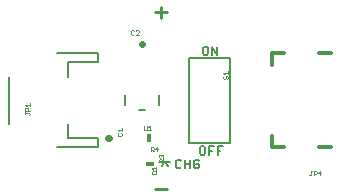
<source format=gbr>
G04 EAGLE Gerber RS-274X export*
G75*
%MOMM*%
%FSLAX34Y34*%
%LPD*%
%INSilkscreen Top*%
%IPPOS*%
%AMOC8*
5,1,8,0,0,1.08239X$1,22.5*%
G01*
%ADD10C,0.127000*%
%ADD11C,0.279400*%
%ADD12C,0.203200*%
%ADD13C,0.025400*%
%ADD14C,0.304800*%
%ADD15C,0.558800*%
%ADD16R,0.762000X0.457200*%
%ADD17R,0.457200X0.762000*%


D10*
X38946Y20008D02*
X36658Y20008D01*
X35514Y18864D01*
X35514Y14288D01*
X36658Y13145D01*
X38946Y13145D01*
X40090Y14288D01*
X40090Y18864D01*
X38946Y20008D01*
X42998Y20008D02*
X42998Y13145D01*
X47574Y13145D02*
X42998Y20008D01*
X47574Y20008D02*
X47574Y13145D01*
X36452Y-64574D02*
X34164Y-64574D01*
X33020Y-65718D01*
X33020Y-70294D01*
X34164Y-71438D01*
X36452Y-71438D01*
X37596Y-70294D01*
X37596Y-65718D01*
X36452Y-64574D01*
X40504Y-64574D02*
X40504Y-71438D01*
X40504Y-64574D02*
X45080Y-64574D01*
X42792Y-68006D02*
X40504Y-68006D01*
X47988Y-71438D02*
X47988Y-64574D01*
X52564Y-64574D01*
X50276Y-68006D02*
X47988Y-68006D01*
D11*
X5046Y48901D02*
X-4953Y48901D01*
X47Y43902D02*
X47Y53901D01*
D10*
X16132Y-76004D02*
X17276Y-77148D01*
X16132Y-76004D02*
X13844Y-76004D01*
X12700Y-77148D01*
X12700Y-81724D01*
X13844Y-82868D01*
X16132Y-82868D01*
X17276Y-81724D01*
X20184Y-82868D02*
X20184Y-76004D01*
X20184Y-79436D02*
X24760Y-79436D01*
X24760Y-76004D02*
X24760Y-82868D01*
X31100Y-76004D02*
X32244Y-77148D01*
X31100Y-76004D02*
X28812Y-76004D01*
X27668Y-77148D01*
X27668Y-81724D01*
X28812Y-82868D01*
X31100Y-82868D01*
X32244Y-81724D01*
X32244Y-79436D01*
X29956Y-79436D01*
D11*
X5046Y-100324D02*
X-4953Y-100324D01*
D12*
X23775Y10600D02*
X58775Y10600D01*
X23775Y10600D02*
X23775Y-61400D01*
X58775Y-61400D01*
X58775Y10600D01*
D13*
X53464Y-4815D02*
X52829Y-5451D01*
X52829Y-6722D01*
X53464Y-7357D01*
X54100Y-7357D01*
X54735Y-6722D01*
X54735Y-5451D01*
X55371Y-4815D01*
X56006Y-4815D01*
X56642Y-5451D01*
X56642Y-6722D01*
X56006Y-7357D01*
X54100Y-3615D02*
X52829Y-2344D01*
X56642Y-2344D01*
X56642Y-3615D02*
X56642Y-1073D01*
D12*
X-53425Y-65400D02*
X-88425Y-65400D01*
X-53425Y-65400D02*
X-53425Y-57400D01*
X-78425Y-57400D01*
X-78425Y-45400D01*
X-78425Y-5400D02*
X-78425Y6600D01*
X-53425Y6600D01*
X-53425Y14600D01*
X-88425Y14600D01*
X-128425Y-5400D02*
X-128425Y-45400D01*
D13*
X-111888Y-37973D02*
X-111252Y-37337D01*
X-111252Y-36702D01*
X-111888Y-36066D01*
X-115065Y-36066D01*
X-115065Y-35431D02*
X-115065Y-36702D01*
X-115065Y-34231D02*
X-111252Y-34231D01*
X-115065Y-34231D02*
X-115065Y-32324D01*
X-114430Y-31689D01*
X-113159Y-31689D01*
X-112523Y-32324D01*
X-112523Y-34231D01*
X-113794Y-30489D02*
X-115065Y-29218D01*
X-111252Y-29218D01*
X-111252Y-30489D02*
X-111252Y-27947D01*
D12*
X-30099Y-29694D02*
X-30099Y-21106D01*
X-1651Y-21106D02*
X-1651Y-29694D01*
X-13191Y-33504D02*
X-18559Y-33504D01*
D13*
X-14342Y-47114D02*
X-14342Y-50291D01*
X-13707Y-50927D01*
X-12436Y-50927D01*
X-11800Y-50291D01*
X-11800Y-47114D01*
X-10600Y-48385D02*
X-9329Y-47114D01*
X-9329Y-50927D01*
X-10600Y-50927D02*
X-8058Y-50927D01*
D14*
X94005Y-65329D02*
X103825Y-65329D01*
X103825Y-65400D01*
X93825Y-65400D02*
X93825Y-55400D01*
X93825Y14600D02*
X103825Y14600D01*
X93825Y14600D02*
X93825Y4600D01*
X133825Y-65400D02*
X143825Y-65400D01*
X143825Y14600D02*
X133825Y14600D01*
D13*
X125426Y-88391D02*
X126061Y-89027D01*
X126697Y-89027D01*
X127332Y-88391D01*
X127332Y-85214D01*
X126697Y-85214D02*
X127968Y-85214D01*
X129168Y-85214D02*
X129168Y-89027D01*
X129168Y-85214D02*
X131074Y-85214D01*
X131710Y-85849D01*
X131710Y-87120D01*
X131074Y-87756D01*
X129168Y-87756D01*
X134817Y-89027D02*
X134817Y-85214D01*
X132910Y-87120D01*
X135452Y-87120D01*
D15*
X-44145Y-57150D02*
X-44755Y-57150D01*
D13*
X-36706Y-53711D02*
X-36071Y-53075D01*
X-36706Y-53711D02*
X-36706Y-54982D01*
X-36071Y-55617D01*
X-33529Y-55617D01*
X-32893Y-54982D01*
X-32893Y-53711D01*
X-33529Y-53075D01*
X-35435Y-51875D02*
X-36706Y-50604D01*
X-32893Y-50604D01*
X-32893Y-51875D02*
X-32893Y-49333D01*
D16*
X-9525Y-79375D03*
D13*
X-1781Y-77842D02*
X2032Y-77842D01*
X-1781Y-77842D02*
X-1781Y-75936D01*
X-1146Y-75300D01*
X125Y-75300D01*
X761Y-75936D01*
X761Y-77842D01*
X761Y-76571D02*
X2032Y-75300D01*
X-1146Y-74100D02*
X-1781Y-73465D01*
X-1781Y-72193D01*
X-1146Y-71558D01*
X-510Y-71558D01*
X125Y-72193D01*
X125Y-72829D01*
X125Y-72193D02*
X761Y-71558D01*
X1396Y-71558D01*
X2032Y-72193D01*
X2032Y-73465D01*
X1396Y-74100D01*
D12*
X3175Y-77675D02*
X7775Y-77675D01*
X3175Y-77675D02*
X-1425Y-77675D01*
X3175Y-77675D02*
X5513Y-80775D01*
X2921Y-77829D02*
X991Y-80775D01*
D13*
X-3937Y-88138D02*
X-7750Y-88138D01*
X-3937Y-88138D02*
X-3937Y-86231D01*
X-4573Y-85596D01*
X-7115Y-85596D01*
X-7750Y-86231D01*
X-7750Y-88138D01*
X-6479Y-84396D02*
X-7750Y-83125D01*
X-3937Y-83125D01*
X-3937Y-84396D02*
X-3937Y-81854D01*
D15*
X-16510Y21920D02*
X-16510Y22530D01*
D13*
X-22731Y33150D02*
X-23366Y33785D01*
X-24637Y33785D01*
X-25273Y33150D01*
X-25273Y30608D01*
X-24637Y29972D01*
X-23366Y29972D01*
X-22731Y30608D01*
X-21531Y29972D02*
X-18989Y29972D01*
X-21531Y29972D02*
X-18989Y32514D01*
X-18989Y33150D01*
X-19624Y33785D01*
X-20895Y33785D01*
X-21531Y33150D01*
D17*
X-10160Y-57150D03*
D13*
X-8627Y-64894D02*
X-8627Y-68707D01*
X-8627Y-64894D02*
X-6721Y-64894D01*
X-6085Y-65529D01*
X-6085Y-66800D01*
X-6721Y-67436D01*
X-8627Y-67436D01*
X-7356Y-67436D02*
X-6085Y-68707D01*
X-2978Y-68707D02*
X-2978Y-64894D01*
X-4885Y-66800D01*
X-2343Y-66800D01*
M02*

</source>
